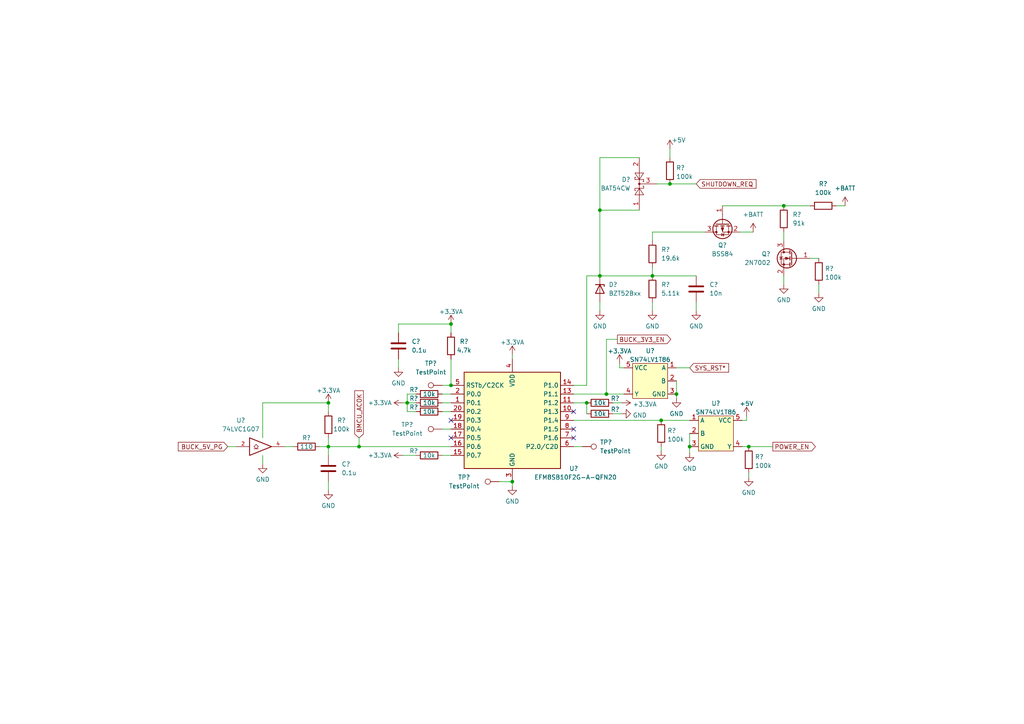
<source format=kicad_sch>
(kicad_sch (version 20211123) (generator eeschema)
  (paper "A4")
  (title_block (title "Power Management MCU") (date "2022-09-18") (rev "1.0"))
  (lib_symbols
    (symbol "74xGxx:74LVC1G07" (pin_names (offset 1.016))
      (property "Reference" "U" (at -2.54 3.81 0))
      (property "Value" "74LVC1G07" (at 0 -3.81 0))
      (symbol "74LVC1G07_0_1"
        (polyline (pts (xy -2.54 -0.635) (xy -1.27 -0.635)))
        (polyline (pts (xy -3.81 2.54) (xy -3.81 -2.54) (xy 2.54 0) (xy -3.81 2.54)) (stroke (width 0.254)))
        (polyline (pts (xy -1.905 0.635) (xy -2.54 0) (xy -1.905 -0.635) (xy -1.27 0) (xy -1.905 0.635)))
      )
      (symbol "74LVC1G07_1_1"
        (pin input line (at -7.62 0 0) (length 3.81) (name "~") (number "2"))
        (pin power_in line (at 0 -2.54 270) (length 0) hide (name "GND") (number "3"))
        (pin open_collector line (at 6.35 0 180) (length 3.81) (name "~") (number "4"))
        (pin power_in line (at 0 2.54 90) (length 0) hide (name "VCC") (number "5"))
      )
    )
    (symbol "Connector:TestPoint" (pin_numbers hide) (pin_names (offset 0.762) hide)
      (property "Reference" "TP" (at 0 6.858 0))
      (property "Value" "TestPoint" (at 0 5.08 0))
      (symbol "TestPoint_0_1"
        (circle (center 0 3.302) (radius 0.762))
      )
      (symbol "TestPoint_1_1"
        (pin passive line (at 0 0 90) (length 2.54) (name "1") (number "1"))
      )
    )
    (symbol "Device:C" (pin_numbers hide) (pin_names (offset 0.254))
      (property "Reference" "C" (at 0.635 2.54 0))
      (property "Value" "C" (at 0.635 -2.54 0))
      (symbol "C_0_1"
        (polyline (pts (xy -2.032 -0.762) (xy 2.032 -0.762)) (stroke (width 0.508)))
        (polyline (pts (xy -2.032 0.762) (xy 2.032 0.762)) (stroke (width 0.508)))
      )
      (symbol "C_1_1"
        (pin passive line (at 0 3.81 270) (length 2.794) (name "~") (number "1"))
        (pin passive line (at 0 -3.81 90) (length 2.794) (name "~") (number "2"))
      )
    )
    (symbol "Device:R" (pin_numbers hide) (pin_names (offset 0))
      (property "Reference" "R" (at 2.032 0 90))
      (property "Value" "R" (at 0 0 90))
      (symbol "R_0_1"
        (rectangle (start -1.016 -2.54) (end 1.016 2.54) (stroke (width 0.254)))
      )
      (symbol "R_1_1"
        (pin passive line (at 0 3.81 270) (length 1.27) (name "~") (number "1"))
        (pin passive line (at 0 -3.81 90) (length 1.27) (name "~") (number "2"))
      )
    )
    (symbol "Diode:BAT54CW" (pin_names (offset 1.016))
      (property "Reference" "D" (at 0.635 -3.81 0))
      (property "Value" "BAT54CW" (at -6.35 3.175 0))
      (symbol "BAT54CW_0_1"
        (polyline (pts (xy -1.905 0) (xy 1.905 0)))
        (polyline (pts (xy -1.905 1.27) (xy -1.905 1.016)))
        (polyline (pts (xy -1.27 -1.27) (xy -0.635 -1.27)))
        (polyline (pts (xy -1.27 0) (xy -3.81 0)))
        (polyline (pts (xy -1.27 1.27) (xy -1.905 1.27)))
        (polyline (pts (xy -1.27 1.27) (xy -1.27 -1.27)))
        (polyline (pts (xy -0.635 -1.27) (xy -0.635 -1.016)))
        (polyline (pts (xy 0.635 -1.27) (xy 0.635 -1.016)))
        (polyline (pts (xy 1.27 -1.27) (xy 0.635 -1.27)))
        (polyline (pts (xy 1.27 1.27) (xy 1.27 -1.27)))
        (polyline (pts (xy 1.27 1.27) (xy 1.905 1.27)))
        (polyline (pts (xy 1.905 1.27) (xy 1.905 1.016)))
        (polyline (pts (xy 3.81 0) (xy 1.27 0)))
        (polyline (pts (xy -3.175 -1.27) (xy -3.175 1.27) (xy -1.27 0) (xy -3.175 -1.27)))
        (polyline (pts (xy 3.175 -1.27) (xy 3.175 1.27) (xy 1.27 0) (xy 3.175 -1.27)))
        (circle (center 0 0) (radius 0.254) (fill (type outline)))
      )
      (symbol "BAT54CW_1_1"
        (pin passive line (at -7.62 0 0) (length 3.81) (name "~") (number "1"))
        (pin passive line (at 7.62 0 180) (length 3.81) (name "~") (number "2"))
        (pin passive line (at 0 -5.08 90) (length 5.08) (name "~") (number "3"))
      )
    )
    (symbol "Diode:BZT52Bxx" (pin_numbers hide) (pin_names hide)
      (property "Reference" "D" (at 0 2.54 0))
      (property "Value" "BZT52Bxx" (at 0 -2.54 0))
      (symbol "BZT52Bxx_0_1"
        (polyline (pts (xy 1.27 0) (xy -1.27 0)))
        (polyline (pts (xy -1.27 -1.27) (xy -1.27 1.27) (xy -0.762 1.27)) (stroke (width 0.254)))
        (polyline (pts (xy 1.27 -1.27) (xy 1.27 1.27) (xy -1.27 0) (xy 1.27 -1.27)) (stroke (width 0.254)))
      )
      (symbol "BZT52Bxx_1_1"
        (pin passive line (at -3.81 0 0) (length 2.54) (name "K") (number "1"))
        (pin passive line (at 3.81 0 180) (length 2.54) (name "A") (number "2"))
      )
    )
    (symbol "Logic_Level_Translator:SN74LV1T86"
      (property "Reference" "U" (at 0 5.08 0))
      (property "Value" "SN74LV1T86" (at 0 2.54 0))
      (symbol "SN74LV1T86_0_1"
        (rectangle (start -5.08 0) (end 5.08 -10.16) (stroke (width 0.1524)) (fill (type background)))
      )
      (symbol "SN74LV1T86_1_1"
        (pin input line (at -7.62 -1.27 0) (length 2.54) (name "A") (number "1"))
        (pin input line (at -7.62 -5.08 0) (length 2.54) (name "B") (number "2"))
        (pin input line (at -7.62 -8.89 0) (length 2.54) (name "GND") (number "3"))
        (pin input line (at 7.62 -8.89 180) (length 2.54) (name "Y") (number "4"))
        (pin input line (at 7.62 -1.27 180) (length 2.54) (name "VCC") (number "5"))
      )
    )
    (symbol "MCU_SiliconLabs:EFM8BB10F2G-A-QFN20"
      (property "Reference" "U" (at -13.97 15.24 0))
      (property "Value" "EFM8BB10F2G-A-QFN20" (at 1.27 15.24 0))
      (symbol "EFM8BB10F2G-A-QFN20_0_1"
        (rectangle (start -13.97 13.97) (end 13.97 -13.97) (stroke (width 0.254)) (fill (type background)))
        (pin bidirectional line (at -17.78 5.08 0) (length 3.81) (name "P0.1") (number "1"))
        (pin bidirectional line (at 17.78 2.54 180) (length 3.81) (name "P1.3") (number "10"))
        (pin bidirectional line (at 17.78 5.08 180) (length 3.81) (name "P1.2") (number "11"))
        (pin passive line (at 0 -17.78 90) (length 3.81) hide (name "GND") (number "12"))
        (pin bidirectional line (at 17.78 7.62 180) (length 3.81) (name "P1.1") (number "13"))
        (pin bidirectional line (at 17.78 10.16 180) (length 3.81) (name "P1.0") (number "14"))
        (pin bidirectional line (at -17.78 -10.16 0) (length 3.81) (name "P0.7") (number "15"))
        (pin bidirectional line (at -17.78 -7.62 0) (length 3.81) (name "P0.6") (number "16"))
        (pin bidirectional line (at -17.78 -5.08 0) (length 3.81) (name "P0.5") (number "17"))
        (pin bidirectional line (at -17.78 -2.54 0) (length 3.81) (name "P0.4") (number "18"))
        (pin bidirectional line (at -17.78 0 0) (length 3.81) (name "P0.3") (number "19"))
        (pin bidirectional line (at -17.78 7.62 0) (length 3.81) (name "P0.0") (number "2"))
        (pin bidirectional line (at -17.78 2.54 0) (length 3.81) (name "P0.2") (number "20"))
        (pin passive line (at 0 -17.78 90) (length 3.81) hide (name "GND") (number "21"))
        (pin power_in line (at 0 -17.78 90) (length 3.81) (name "GND") (number "3"))
        (pin power_in line (at 0 17.78 270) (length 3.81) (name "VDD") (number "4"))
        (pin input line (at -17.78 10.16 0) (length 3.81) (name "RSTb/C2CK") (number "5"))
        (pin bidirectional line (at 17.78 -7.62 180) (length 3.81) (name "P2.0/C2D") (number "6"))
        (pin bidirectional line (at 17.78 -5.08 180) (length 3.81) (name "P1.6") (number "7"))
        (pin bidirectional line (at 17.78 -2.54 180) (length 3.81) (name "P1.5") (number "8"))
        (pin bidirectional line (at 17.78 0 180) (length 3.81) (name "P1.4") (number "9"))
      )
    )
    (symbol "Transistor_FET:2N7002" (pin_names hide)
      (property "Reference" "Q" (at 5.08 1.905 0))
      (property "Value" "2N7002" (at 5.08 0 0))
      (symbol "2N7002_0_1"
        (polyline (pts (xy 0.254 0) (xy -2.54 0)))
        (polyline (pts (xy 0.254 1.905) (xy 0.254 -1.905)) (stroke (width 0.254)))
        (polyline (pts (xy 0.762 -1.27) (xy 0.762 -2.286)) (stroke (width 0.254)))
        (polyline (pts (xy 0.762 0.508) (xy 0.762 -0.508)) (stroke (width 0.254)))
        (polyline (pts (xy 0.762 2.286) (xy 0.762 1.27)) (stroke (width 0.254)))
        (polyline (pts (xy 2.54 2.54) (xy 2.54 1.778)))
        (polyline (pts (xy 2.54 -2.54) (xy 2.54 0) (xy 0.762 0)))
        (polyline (pts (xy 0.762 -1.778) (xy 3.302 -1.778) (xy 3.302 1.778) (xy 0.762 1.778)))
        (polyline (pts (xy 1.016 0) (xy 2.032 0.381) (xy 2.032 -0.381) (xy 1.016 0)) (fill (type outline)))
        (polyline (pts (xy 2.794 0.508) (xy 2.921 0.381) (xy 3.683 0.381) (xy 3.81 0.254)))
        (polyline (pts (xy 3.302 0.381) (xy 2.921 -0.254) (xy 3.683 -0.254) (xy 3.302 0.381)))
        (circle (center 1.651 0) (radius 2.794) (stroke (width 0.254)))
        (circle (center 2.54 -1.778) (radius 0.254) (fill (type outline)))
        (circle (center 2.54 1.778) (radius 0.254) (fill (type outline)))
      )
      (symbol "2N7002_1_1"
        (pin input line (at -5.08 0 0) (length 2.54) (name "G") (number "1"))
        (pin passive line (at 2.54 -5.08 90) (length 2.54) (name "S") (number "2"))
        (pin passive line (at 2.54 5.08 270) (length 2.54) (name "D") (number "3"))
      )
    )
    (symbol "Transistor_FET:BSS84" (pin_names hide)
      (property "Reference" "Q" (at 5.08 1.905 0))
      (property "Value" "BSS84" (at 5.08 0 0))
      (symbol "BSS84_0_1"
        (polyline (pts (xy 0.254 0) (xy -2.54 0)))
        (polyline (pts (xy 0.254 1.905) (xy 0.254 -1.905)) (stroke (width 0.254)))
        (polyline (pts (xy 0.762 -1.27) (xy 0.762 -2.286)) (stroke (width 0.254)))
        (polyline (pts (xy 0.762 0.508) (xy 0.762 -0.508)) (stroke (width 0.254)))
        (polyline (pts (xy 0.762 2.286) (xy 0.762 1.27)) (stroke (width 0.254)))
        (polyline (pts (xy 2.54 2.54) (xy 2.54 1.778)))
        (polyline (pts (xy 2.54 -2.54) (xy 2.54 0) (xy 0.762 0)))
        (polyline (pts (xy 0.762 1.778) (xy 3.302 1.778) (xy 3.302 -1.778) (xy 0.762 -1.778)))
        (polyline (pts (xy 2.286 0) (xy 1.27 0.381) (xy 1.27 -0.381) (xy 2.286 0)) (fill (type outline)))
        (polyline (pts (xy 2.794 -0.508) (xy 2.921 -0.381) (xy 3.683 -0.381) (xy 3.81 -0.254)))
        (polyline (pts (xy 3.302 -0.381) (xy 2.921 0.254) (xy 3.683 0.254) (xy 3.302 -0.381)))
        (circle (center 1.651 0) (radius 2.794) (stroke (width 0.254)))
        (circle (center 2.54 -1.778) (radius 0.254) (fill (type outline)))
        (circle (center 2.54 1.778) (radius 0.254) (fill (type outline)))
      )
      (symbol "BSS84_1_1"
        (pin input line (at -5.08 0 0) (length 2.54) (name "G") (number "1"))
        (pin passive line (at 2.54 -5.08 90) (length 2.54) (name "S") (number "2"))
        (pin passive line (at 2.54 5.08 270) (length 2.54) (name "D") (number "3"))
      )
    )
    (symbol "power:+3.3VA" (power) (pin_names (offset 0))
      (property "Value" "+3.3VA" (at 0 3.556 0))
      (symbol "+3.3VA_0_1"
        (polyline (pts (xy -0.762 1.27) (xy 0 2.54)))
        (polyline (pts (xy 0 0) (xy 0 2.54)))
        (polyline (pts (xy 0 2.54) (xy 0.762 1.27)))
      )
      (symbol "+3.3VA_1_1"
        (pin power_in line (at 0 0 90) (length 0) hide (name "+3.3VA") (number "1"))
      )
    )
    (symbol "power:+5V" (power) (pin_names (offset 0))
      (property "Value" "+5V" (at 0 3.556 0))
      (symbol "+5V_0_1"
        (polyline (pts (xy -0.762 1.27) (xy 0 2.54)))
        (polyline (pts (xy 0 0) (xy 0 2.54)))
        (polyline (pts (xy 0 2.54) (xy 0.762 1.27)))
      )
      (symbol "+5V_1_1"
        (pin power_in line (at 0 0 90) (length 0) hide (name "+5V") (number "1"))
      )
    )
    (symbol "power:+BATT" (power) (pin_names (offset 0))
      (property "Value" "+BATT" (at 0 3.556 0))
      (symbol "+BATT_0_1"
        (polyline (pts (xy -0.762 1.27) (xy 0 2.54)))
        (polyline (pts (xy 0 0) (xy 0 2.54)))
        (polyline (pts (xy 0 2.54) (xy 0.762 1.27)))
      )
      (symbol "+BATT_1_1"
        (pin power_in line (at 0 0 90) (length 0) hide (name "+BATT") (number "1"))
      )
    )
    (symbol "power:GND" (power) (pin_names (offset 0))
      (property "Value" "GND" (at 0 -3.81 0))
      (symbol "GND_0_1"
        (polyline (pts (xy 0 0) (xy 0 -1.27) (xy 1.27 -1.27) (xy 0 -2.54) (xy -1.27 -1.27) (xy 0 -1.27)))
      )
      (symbol "GND_1_1"
        (pin power_in line (at 0 0 270) (length 0) hide (name "GND") (number "1"))
      )
    )
  )
  (junction (at 200.025 129.54))
  (junction (at 170.18 116.84))
  (junction (at 95.25 129.54))
  (junction (at 173.99 80.01))
  (junction (at 189.23 80.01))
  (junction (at 148.59 139.7))
  (junction (at 95.25 116.84))
  (junction (at 130.81 111.76))
  (junction (at 227.33 59.69))
  (junction (at 196.215 114.3))
  (junction (at 104.14 129.54))
  (junction (at 191.77 121.92))
  (junction (at 217.17 129.54))
  (junction (at 118.11 116.84))
  (junction (at 194.31 53.34))
  (junction (at 175.895 114.3))
  (junction (at 173.99 60.96))
  (junction (at 130.81 93.98))
  (no_connect (at 130.81 121.92))
  (no_connect (at 130.81 127))
  (no_connect (at 166.37 127))
  (no_connect (at 166.37 124.46))
  (no_connect (at 166.37 119.38))
  (wire (pts (xy 170.18 116.84) (xy 170.18 120.015)))
  (wire (pts (xy 166.37 111.76) (xy 170.18 111.76)))
  (wire (pts (xy 116.84 132.08) (xy 120.65 132.08)))
  (wire (pts (xy 177.8 120.015) (xy 180.34 120.015)))
  (wire (pts (xy 66.04 129.54) (xy 68.58 129.54)))
  (wire (pts (xy 217.17 137.16) (xy 217.17 138.43)))
  (wire (pts (xy 217.17 129.54) (xy 224.155 129.54)))
  (wire (pts (xy 104.14 129.54) (xy 130.81 129.54)))
  (wire (pts (xy 190.5 53.34) (xy 194.31 53.34)))
  (wire (pts (xy 76.2 132.08) (xy 76.2 134.62)))
  (wire (pts (xy 128.27 111.76) (xy 130.81 111.76)))
  (wire (pts (xy 194.31 53.34) (xy 201.93 53.34)))
  (wire (pts (xy 216.535 120.65) (xy 216.535 121.92)))
  (wire (pts (xy 118.11 114.3) (xy 118.11 116.84)))
  (wire (pts (xy 200.025 125.73) (xy 200.025 129.54)))
  (wire (pts (xy 189.23 77.47) (xy 189.23 80.01)))
  (wire (pts (xy 173.99 80.01) (xy 189.23 80.01)))
  (wire (pts (xy 128.27 116.84) (xy 130.81 116.84)))
  (wire (pts (xy 196.215 106.68) (xy 200.025 106.68)))
  (wire (pts (xy 227.33 59.69) (xy 234.95 59.69)))
  (wire (pts (xy 175.895 98.425) (xy 175.895 114.3)))
  (wire (pts (xy 185.42 60.96) (xy 173.99 60.96)))
  (wire (pts (xy 104.14 127) (xy 104.14 129.54)))
  (wire (pts (xy 170.18 80.01) (xy 173.99 80.01)))
  (wire (pts (xy 189.23 69.85) (xy 189.23 67.31)))
  (wire (pts (xy 115.57 96.52) (xy 115.57 93.98)))
  (wire (pts (xy 179.705 106.68) (xy 179.705 105.41)))
  (wire (pts (xy 95.25 127) (xy 95.25 129.54)))
  (wire (pts (xy 227.33 67.31) (xy 227.33 69.85)))
  (wire (pts (xy 130.81 104.14) (xy 130.81 111.76)))
  (wire (pts (xy 191.77 121.92) (xy 200.025 121.92)))
  (wire (pts (xy 115.57 93.98) (xy 130.81 93.98)))
  (wire (pts (xy 200.025 129.54) (xy 200.025 131.445)))
  (wire (pts (xy 130.81 93.98) (xy 130.81 96.52)))
  (wire (pts (xy 128.27 124.46) (xy 130.81 124.46)))
  (wire (pts (xy 128.27 114.3) (xy 130.81 114.3)))
  (wire (pts (xy 170.18 111.76) (xy 170.18 80.01)))
  (wire (pts (xy 179.07 98.425) (xy 175.895 98.425)))
  (wire (pts (xy 76.2 116.84) (xy 95.25 116.84)))
  (wire (pts (xy 194.31 43.18) (xy 194.31 45.72)))
  (wire (pts (xy 209.55 59.69) (xy 227.33 59.69)))
  (wire (pts (xy 148.59 139.7) (xy 148.59 140.97)))
  (wire (pts (xy 185.42 45.72) (xy 173.99 45.72)))
  (wire (pts (xy 166.37 114.3) (xy 175.895 114.3)))
  (wire (pts (xy 118.11 116.84) (xy 120.65 116.84)))
  (wire (pts (xy 95.25 129.54) (xy 95.25 132.08)))
  (wire (pts (xy 95.25 129.54) (xy 104.14 129.54)))
  (wire (pts (xy 173.99 60.96) (xy 173.99 80.01)))
  (wire (pts (xy 173.99 87.63) (xy 173.99 90.17)))
  (wire (pts (xy 180.975 106.68) (xy 179.705 106.68)))
  (wire (pts (xy 234.95 74.93) (xy 237.49 74.93)))
  (wire (pts (xy 144.78 139.7) (xy 148.59 139.7)))
  (wire (pts (xy 82.55 129.54) (xy 85.09 129.54)))
  (wire (pts (xy 177.8 116.84) (xy 180.34 116.84)))
  (wire (pts (xy 227.33 80.01) (xy 227.33 82.55)))
  (wire (pts (xy 189.23 80.01) (xy 201.93 80.01)))
  (wire (pts (xy 166.37 129.54) (xy 168.91 129.54)))
  (wire (pts (xy 216.535 121.92) (xy 215.265 121.92)))
  (wire (pts (xy 95.25 129.54) (xy 92.71 129.54)))
  (wire (pts (xy 166.37 116.84) (xy 170.18 116.84)))
  (wire (pts (xy 95.25 116.84) (xy 95.25 119.38)))
  (wire (pts (xy 214.63 67.31) (xy 218.44 67.31)))
  (wire (pts (xy 191.77 129.54) (xy 191.77 130.81)))
  (wire (pts (xy 242.57 59.69) (xy 245.11 59.69)))
  (wire (pts (xy 175.895 114.3) (xy 180.975 114.3)))
  (wire (pts (xy 237.49 82.55) (xy 237.49 85.09)))
  (wire (pts (xy 128.27 132.08) (xy 130.81 132.08)))
  (wire (pts (xy 166.37 121.92) (xy 191.77 121.92)))
  (wire (pts (xy 148.59 102.87) (xy 148.59 104.14)))
  (wire (pts (xy 173.99 45.72) (xy 173.99 60.96)))
  (wire (pts (xy 196.215 114.3) (xy 196.215 115.57)))
  (wire (pts (xy 201.93 87.63) (xy 201.93 90.17)))
  (wire (pts (xy 196.215 110.49) (xy 196.215 114.3)))
  (wire (pts (xy 120.65 114.3) (xy 118.11 114.3)))
  (wire (pts (xy 115.57 104.14) (xy 115.57 106.68)))
  (wire (pts (xy 189.23 87.63) (xy 189.23 90.17)))
  (wire (pts (xy 128.27 119.38) (xy 130.81 119.38)))
  (wire (pts (xy 189.23 67.31) (xy 204.47 67.31)))
  (wire (pts (xy 116.84 116.84) (xy 118.11 116.84)))
  (wire (pts (xy 76.2 127) (xy 76.2 116.84)))
  (wire (pts (xy 95.25 139.7) (xy 95.25 142.24)))
  (wire (pts (xy 120.65 119.38) (xy 118.11 119.38)))
  (wire (pts (xy 118.11 119.38) (xy 118.11 116.84)))
  (wire (pts (xy 215.265 129.54) (xy 217.17 129.54)))
  (global_label "SHUTDOWN_REQ" (shape input) (at 201.93 53.34 0) (property "Intersheet References" "${INTERSHEET_REFS}" (effects hide)))
  (global_label "BMCU_ACOK" (shape input) (at 104.14 127 90) (property "Intersheet References" "${INTERSHEET_REFS}" (effects hide)))
  (global_label "SYS_RST*" (shape input) (at 200.025 106.68 0) (property "Intersheet References" "${INTERSHEET_REFS}" (effects hide)))
  (global_label "POWER_EN" (shape output) (at 224.155 129.54 0) (property "Intersheet References" "${INTERSHEET_REFS}" (effects hide)))
  (global_label "BUCK_3V3_EN" (shape output) (at 179.07 98.425 0) (property "Intersheet References" "${INTERSHEET_REFS}" (effects hide)))
  (global_label "BUCK_5V_PG" (shape input) (at 66.04 129.54 180) (property "Intersheet References" "${INTERSHEET_REFS}" (effects hide)))
  (symbol (lib_id "Transistor_FET:BSS84") (at 209.55 64.77 90) (mirror x) (unit 1)
    (property "Reference" "Q?" (at 209.55 71.12 90))
    (property "Value" "BSS84" (at 209.55 73.66 90))
    (property "Footprint" "Package_TO_SOT_SMD:SOT-23" (effects hide))
    (property "Datasheet" "http://assets.nexperia.com/documents/data-sheet/BSS84.pdf" (effects hide))
  )
  (symbol (lib_id "Device:R") (at 217.17 133.35 0) (unit 1)
    (property "Reference" "R?" (at 218.948 132.5153 0) (effects (justify left)))
    (property "Value" "100k" (at 218.948 135.0522 0) (effects (justify left)))
  )
  (symbol (lib_id "power:GND") (at 148.59 140.97 0) (unit 1)
    (property "Reference" "#PWR?" (effects hide))
    (property "Value" "GND" (at 148.59 145.4134 0))
  )
  (symbol (lib_id "Logic_Level_Translator:SN74LV1T86") (at 207.645 120.65 0) (unit 1)
    (property "Reference" "U?" (at 207.645 117.001 0))
    (property "Value" "SN74LV1T86" (at 207.645 119.5379 0))
  )
  (symbol (lib_id "power:GND") (at 217.17 138.43 0) (unit 1)
    (property "Reference" "#PWR?" (effects hide))
    (property "Value" "GND" (at 217.17 142.8734 0))
  )
  (symbol (lib_id "Device:R") (at 130.81 100.33 180) (unit 1)
    (property "Reference" "R?" (at 134.62 99.06 0))
    (property "Value" "4.7k" (at 134.62 101.6 0))
  )
  (symbol (lib_id "power:+5V") (at 194.31 43.18 0) (unit 1)
    (property "Reference" "#PWR?" (effects hide))
    (property "Value" "+5V" (at 196.85 40.64 0))
  )
  (symbol (lib_id "power:GND") (at 200.025 131.445 0) (unit 1)
    (property "Reference" "#PWR?" (effects hide))
    (property "Value" "GND" (at 200.025 135.8884 0))
  )
  (symbol (lib_id "power:+3.3VA") (at 130.81 93.98 0) (unit 1)
    (property "Reference" "#PWR?" (effects hide))
    (property "Value" "+3.3VA" (at 130.81 90.4042 0))
  )
  (symbol (lib_id "power:GND") (at 227.33 82.55 0) (unit 1)
    (property "Reference" "#PWR?" (effects hide))
    (property "Value" "GND" (at 227.33 86.9934 0))
  )
  (symbol (lib_id "Device:R") (at 173.99 116.84 90) (unit 1)
    (property "Reference" "R?" (at 178.435 115.57 90))
    (property "Value" "10k" (at 173.99 116.84 90))
  )
  (symbol (lib_id "power:+3.3VA") (at 116.84 132.08 90) (unit 1)
    (property "Reference" "#PWR?" (effects hide))
    (property "Value" "+3.3VA" (at 106.68 132.08 90) (effects (justify right)))
  )
  (symbol (lib_id "Diode:BAT54CW") (at 185.42 53.34 90) (unit 1)
    (property "Reference" "D?" (at 182.88 52.0699 90) (effects (justify left)))
    (property "Value" "BAT54CW" (at 182.88 54.6099 90) (effects (justify left)))
    (property "Footprint" "Package_TO_SOT_SMD:SOT-323_SC-70" (effects hide))
    (property "Datasheet" "https://assets.nexperia.com/documents/data-sheet/BAT54W_SER.pdf" (effects hide))
  )
  (symbol (lib_id "power:GND") (at 201.93 90.17 0) (unit 1)
    (property "Reference" "#PWR?" (effects hide))
    (property "Value" "GND" (at 201.93 94.6134 0))
  )
  (symbol (lib_id "power:+5V") (at 216.535 120.65 0) (unit 1)
    (property "Reference" "#PWR?" (effects hide))
    (property "Value" "+5V" (at 216.535 117.0742 0))
  )
  (symbol (lib_id "power:GND") (at 95.25 142.24 0) (mirror y) (unit 1)
    (property "Reference" "#PWR?" (effects hide))
    (property "Value" "GND" (at 95.25 146.6834 0))
  )
  (symbol (lib_id "Logic_Level_Translator:SN74LV1T86") (at 188.595 105.41 0) (mirror y) (unit 1)
    (property "Reference" "U?" (at 188.595 101.761 0))
    (property "Value" "SN74LV1T86" (at 188.595 104.2979 0))
  )
  (symbol (lib_id "Device:R") (at 189.23 83.82 0) (unit 1)
    (property "Reference" "R?" (at 191.77 82.5499 0) (effects (justify left)))
    (property "Value" "5.11k" (at 191.77 85.0899 0) (effects (justify left)))
  )
  (symbol (lib_id "Device:R") (at 227.33 63.5 0) (unit 1)
    (property "Reference" "R?" (at 229.87 62.2299 0) (effects (justify left)))
    (property "Value" "91k" (at 229.87 64.7699 0) (effects (justify left)))
  )
  (symbol (lib_id "power:GND") (at 196.215 115.57 0) (unit 1)
    (property "Reference" "#PWR?" (effects hide))
    (property "Value" "GND" (at 196.215 120.0134 0))
  )
  (symbol (lib_id "power:+BATT") (at 218.44 67.31 0) (unit 1)
    (property "Reference" "#PWR?" (effects hide))
    (property "Value" "+BATT" (at 218.44 62.23 0))
  )
  (symbol (lib_id "Device:R") (at 237.49 78.74 0) (unit 1)
    (property "Reference" "R?" (at 239.268 77.9053 0) (effects (justify left)))
    (property "Value" "100k" (at 239.268 80.4422 0) (effects (justify left)))
  )
  (symbol (lib_id "74xGxx:74LVC1G07") (at 76.2 129.54 0) (unit 1)
    (property "Reference" "U?" (at 69.85 121.92 0))
    (property "Value" "74LVC1G07" (at 69.85 124.46 0))
    (property "Datasheet" "http://www.ti.com/lit/sg/scyt129e/scyt129e.pdf" (effects hide))
  )
  (symbol (lib_id "Device:C") (at 115.57 100.33 0) (unit 1)
    (property "Reference" "C?" (at 119.38 99.0599 0) (effects (justify left)))
    (property "Value" "0.1u" (at 119.38 101.5999 0) (effects (justify left)))
  )
  (symbol (lib_id "Device:R") (at 124.46 116.84 270) (mirror x) (unit 1)
    (property "Reference" "R?" (at 120.015 115.57 90))
    (property "Value" "10k" (at 124.46 116.84 90))
  )
  (symbol (lib_id "Device:R") (at 124.46 119.38 270) (mirror x) (unit 1)
    (property "Reference" "R?" (at 120.015 118.11 90))
    (property "Value" "10k" (at 124.46 119.38 90))
  )
  (symbol (lib_id "Connector:TestPoint") (at 128.27 124.46 90) (unit 1)
    (property "Reference" "TP?" (at 118.11 123.19 90))
    (property "Value" "TestPoint" (at 118.11 125.73 90))
  )
  (symbol (lib_id "MCU_SiliconLabs:EFM8BB10F2G-A-QFN20") (at 148.59 121.92 0) (unit 1)
    (property "Reference" "U?" (at 165.1 135.89 0) (effects (justify left)))
    (property "Value" "EFM8SB10F2G-A-QFN20" (at 154.94 138.43 0) (effects (justify left)))
    (property "Footprint" "Package_DFN_QFN:SiliconLabs_QFN-20-1EP_3x3mm_P0.5mm_EP1.8x1.8mm" (effects hide))
    (property "Datasheet" "https://www.silabs.com/documents/public/data-sheets/efm8bb1-datasheet.pdf" (effects hide))
  )
  (symbol (lib_id "power:+3.3VA") (at 148.59 102.87 0) (unit 1)
    (property "Reference" "#PWR?" (effects hide))
    (property "Value" "+3.3VA" (at 148.59 99.2942 0))
  )
  (symbol (lib_id "Diode:BZT52Bxx") (at 173.99 83.82 270) (unit 1)
    (property "Reference" "D?" (at 176.53 82.5499 90) (effects (justify left)))
    (property "Value" "BZT52Bxx" (at 176.53 85.0899 90) (effects (justify left)))
    (property "Footprint" "Diode_SMD:D_SOD-123F" (effects hide))
    (property "Datasheet" "https://diotec.com/tl_files/diotec/files/pdf/datasheets/bzt52b2v4.pdf" (effects hide))
  )
  (symbol (lib_id "power:GND") (at 173.99 90.17 0) (unit 1)
    (property "Reference" "#PWR?" (effects hide))
    (property "Value" "GND" (at 173.99 94.6134 0))
  )
  (symbol (lib_id "power:GND") (at 237.49 85.09 0) (unit 1)
    (property "Reference" "#PWR?" (effects hide))
    (property "Value" "GND" (at 237.49 89.5334 0))
  )
  (symbol (lib_id "power:GND") (at 76.2 134.62 0) (mirror y) (unit 1)
    (property "Reference" "#PWR?" (effects hide))
    (property "Value" "GND" (at 76.2 139.0634 0))
  )
  (symbol (lib_id "Device:R") (at 173.99 120.015 90) (unit 1)
    (property "Reference" "R?" (at 178.435 118.745 90))
    (property "Value" "10k" (at 173.99 120.015 90))
  )
  (symbol (lib_id "power:GND") (at 180.34 120.015 90) (unit 1)
    (property "Reference" "#PWR?" (effects hide))
    (property "Value" "GND" (at 183.515 120.4488 90) (effects (justify right)))
  )
  (symbol (lib_id "power:+3.3VA") (at 95.25 116.84 0) (unit 1)
    (property "Reference" "#PWR?" (effects hide))
    (property "Value" "+3.3VA" (at 95.25 113.2642 0))
  )
  (symbol (lib_id "power:+BATT") (at 245.11 59.69 0) (unit 1)
    (property "Reference" "#PWR?" (effects hide))
    (property "Value" "+BATT" (at 245.11 54.61 0))
  )
  (symbol (lib_id "Device:R") (at 191.77 125.73 0) (unit 1)
    (property "Reference" "R?" (at 193.548 124.8953 0) (effects (justify left)))
    (property "Value" "100k" (at 193.548 127.4322 0) (effects (justify left)))
  )
  (symbol (lib_id "Device:C") (at 201.93 83.82 0) (unit 1)
    (property "Reference" "C?" (at 205.74 82.5499 0) (effects (justify left)))
    (property "Value" "10n" (at 205.74 85.0899 0) (effects (justify left)))
  )
  (symbol (lib_id "Device:R") (at 88.9 129.54 270) (mirror x) (unit 1)
    (property "Reference" "R?" (at 88.9 127 90))
    (property "Value" "110" (at 88.9 129.54 90))
  )
  (symbol (lib_id "Device:R") (at 238.76 59.69 90) (unit 1)
    (property "Reference" "R?" (at 238.76 53.34 90))
    (property "Value" "100k" (at 238.76 55.88 90))
  )
  (symbol (lib_id "power:+3.3VA") (at 180.34 116.84 270) (unit 1)
    (property "Reference" "#PWR?" (effects hide))
    (property "Value" "+3.3VA" (at 183.515 117.2738 90) (effects (justify left)))
  )
  (symbol (lib_id "power:+3.3VA") (at 116.84 116.84 90) (unit 1)
    (property "Reference" "#PWR?" (effects hide))
    (property "Value" "+3.3VA" (at 106.68 116.84 90) (effects (justify right)))
  )
  (symbol (lib_id "power:GND") (at 191.77 130.81 0) (unit 1)
    (property "Reference" "#PWR?" (effects hide))
    (property "Value" "GND" (at 191.77 135.2534 0))
  )
  (symbol (lib_id "Device:R") (at 124.46 114.3 270) (mirror x) (unit 1)
    (property "Reference" "R?" (at 120.015 113.03 90))
    (property "Value" "10k" (at 124.46 114.3 90))
  )
  (symbol (lib_id "Connector:TestPoint") (at 168.91 129.54 270) (unit 1)
    (property "Reference" "TP?" (at 173.99 128.2699 90) (effects (justify left)))
    (property "Value" "TestPoint" (at 173.99 130.8099 90) (effects (justify left)))
  )
  (symbol (lib_id "Transistor_FET:2N7002") (at 229.87 74.93 0) (mirror y) (unit 1)
    (property "Reference" "Q?" (at 223.52 73.6599 0) (effects (justify left)))
    (property "Value" "2N7002" (at 223.52 76.1999 0) (effects (justify left)))
    (property "Footprint" "Package_TO_SOT_SMD:SOT-23" (effects hide))
    (property "Datasheet" "https://www.onsemi.com/pub/Collateral/NDS7002A-D.PDF" (effects hide))
  )
  (symbol (lib_id "Connector:TestPoint") (at 144.78 139.7 90) (unit 1)
    (property "Reference" "TP?" (at 134.62 138.43 90))
    (property "Value" "TestPoint" (at 134.62 140.97 90))
  )
  (symbol (lib_id "power:GND") (at 189.23 90.17 0) (unit 1)
    (property "Reference" "#PWR?" (effects hide))
    (property "Value" "GND" (at 189.23 94.6134 0))
  )
  (symbol (lib_id "power:GND") (at 115.57 106.68 0) (unit 1)
    (property "Reference" "#PWR?" (effects hide))
    (property "Value" "GND" (at 115.57 111.1234 0))
  )
  (symbol (lib_id "Device:R") (at 124.46 132.08 270) (mirror x) (unit 1)
    (property "Reference" "R?" (at 120.015 130.81 90))
    (property "Value" "10k" (at 124.46 132.08 90))
  )
  (symbol (lib_id "Device:C") (at 95.25 135.89 0) (unit 1)
    (property "Reference" "C?" (at 99.06 134.6199 0) (effects (justify left)))
    (property "Value" "0.1u" (at 99.06 137.1599 0) (effects (justify left)))
  )
  (symbol (lib_id "Device:R") (at 189.23 73.66 0) (unit 1)
    (property "Reference" "R?" (at 191.77 72.3899 0) (effects (justify left)))
    (property "Value" "19.6k" (at 191.77 74.9299 0) (effects (justify left)))
  )
  (symbol (lib_id "Connector:TestPoint") (at 128.27 111.76 90) (unit 1)
    (property "Reference" "TP?" (at 124.968 105.41 90))
    (property "Value" "TestPoint" (at 124.968 107.95 90))
  )
  (symbol (lib_id "Device:R") (at 194.31 49.53 0) (unit 1)
    (property "Reference" "R?" (at 196.088 48.6953 0) (effects (justify left)))
    (property "Value" "100k" (at 196.088 51.2322 0) (effects (justify left)))
  )
  (symbol (lib_id "power:+3.3VA") (at 179.705 105.41 0) (unit 1)
    (property "Reference" "#PWR?" (effects hide))
    (property "Value" "+3.3VA" (at 179.705 101.8342 0))
  )
  (symbol (lib_id "Device:R") (at 95.25 123.19 180) (unit 1)
    (property "Reference" "R?" (at 99.06 121.92 0))
    (property "Value" "100k" (at 99.06 124.46 0))
  )
)
</source>
